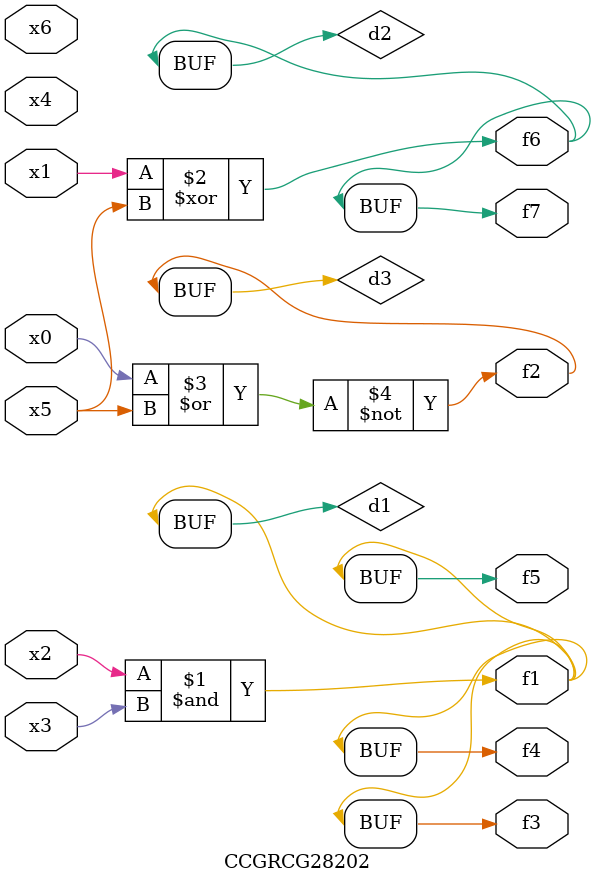
<source format=v>
module CCGRCG28202(
	input x0, x1, x2, x3, x4, x5, x6,
	output f1, f2, f3, f4, f5, f6, f7
);

	wire d1, d2, d3;

	and (d1, x2, x3);
	xor (d2, x1, x5);
	nor (d3, x0, x5);
	assign f1 = d1;
	assign f2 = d3;
	assign f3 = d1;
	assign f4 = d1;
	assign f5 = d1;
	assign f6 = d2;
	assign f7 = d2;
endmodule

</source>
